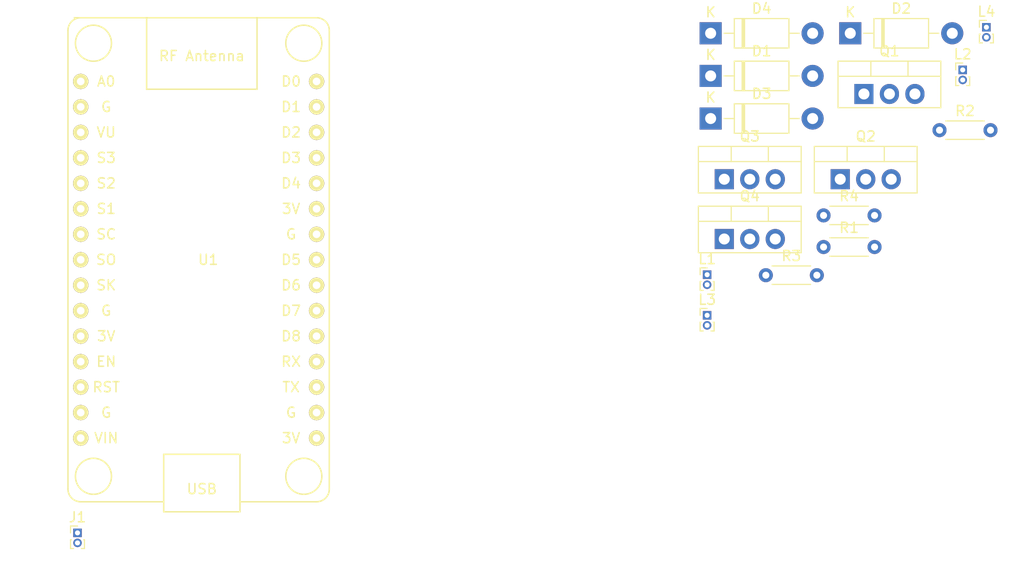
<source format=kicad_pcb>
(kicad_pcb (version 20211014) (generator pcbnew)
  (layers (0 "F.Cu" signal) (31 "B.Cu" signal) (34 "B.Paste" user) (35 "F.Paste" user) (36 "B.SilkS" user "B.Silkscreen") (37 "F.SilkS" user "F.Silkscreen") (38 "B.Mask" user) (39 "F.Mask" user) (44 "Edge.Cuts" user))
  (net 0 "")
  (net 1 "+12V")
  (net 2 "Net-(D1-Pad2)")
  (net 3 "Net-(D2-Pad2)")
  (net 4 "Net-(D3-Pad2)")
  (net 5 "Net-(D4-Pad2)")
  (net 6 "GND")
  (net 7 "Net-(Q1-Pad1)")
  (net 8 "Net-(Q2-Pad1)")
  (net 9 "Net-(Q3-Pad1)")
  (net 10 "Net-(Q4-Pad1)")
  (net 11 "/Solenoid_Control/V1_in")
  (net 12 "/Solenoid_Control/V2_in")
  (net 13 "/Solenoid_Control/V3_in")
  (net 14 "/Solenoid_Control/V4_in")
  (footprint "Package_TO_SOT_THT:TO-220-3_Vertical" (layer "F.Cu") (at 156.3 94.12)
    (fp_text reference "Q3" (at 2.54 -4.27) (layer "F.SilkS"))
    (fp_text value "TIP122")
    (fp_line (start 4.391 -3.27) (end 4.391 -1.76) (layer "F.SilkS") (width 0.12))
    (fp_line (start -2.58 -3.27) (end 7.66 -3.27) (layer "F.SilkS") (width 0.12))
    (fp_line (start 7.66 -3.27) (end 7.66 1.371) (layer "F.SilkS") (width 0.12))
    (fp_line (start -2.58 1.371) (end 7.66 1.371) (layer "F.SilkS") (width 0.12))
    (fp_line (start -2.58 -1.76) (end 7.66 -1.76) (layer "F.SilkS") (width 0.12))
    (fp_line (start -2.58 -3.27) (end -2.58 1.371) (layer "F.SilkS") (width 0.12))
    (fp_line (start 0.69 -3.27) (end 0.69 -1.76) (layer "F.SilkS") (width 0.12))
    (pad "1" thru_hole rect (at 0 0) (size 1.905 2) (drill 1.1) (layers *.Cu *.Mask) (net 9 "Net-(Q3-Pad1)"))
    (pad "2" thru_hole oval (at 2.54 0) (size 1.905 2) (drill 1.1) (layers *.Cu *.Mask) (net 4 "Net-(D3-Pad2)"))
    (pad "3" thru_hole oval (at 5.08 0) (size 1.905 2) (drill 1.1) (layers *.Cu *.Mask) (net 6 "GND"))
  )
  (footprint "Connector_PinHeader_1.00mm:PinHeader_1x02_P1.00mm_Vertical" (layer "F.Cu") (at 180.05 83.22)
    (fp_text reference "L2" (at 0 -1.56) (layer "F.SilkS"))
    (fp_text value "SOLENOID")
    (fp_line (start -0.695 1.56) (end -0.394493 1.56) (layer "F.SilkS") (width 0.12))
    (fp_line (start -0.695 0.685) (end -0.608276 0.685) (layer "F.SilkS") (width 0.12))
    (fp_line (start -0.695 -0.685) (end 0 -0.685) (layer "F.SilkS") (width 0.12))
    (fp_line (start 0.394493 1.56) (end 0.695 1.56) (layer "F.SilkS") (width 0.12))
    (fp_line (start -0.695 0.685) (end -0.695 1.56) (layer "F.SilkS") (width 0.12))
    (fp_line (start 0.608276 0.685) (end 0.695 0.685) (layer "F.SilkS") (width 0.12))
    (fp_line (start -0.695 0) (end -0.695 -0.685) (layer "F.SilkS") (width 0.12))
    (fp_line (start 0.695 0.685) (end 0.695 1.56) (layer "F.SilkS") (width 0.12))
    (pad "1" thru_hole rect (at 0 0) (size 0.85 0.85) (drill 0.5) (layers *.Cu *.Mask) (net 1 "+12V"))
    (pad "2" thru_hole oval (at 0 1) (size 0.85 0.85) (drill 0.5) (layers *.Cu *.Mask) (net 3 "Net-(D2-Pad2)"))
  )
  (footprint "Diode_THT:D_DO-41_SOD81_P10.16mm_Horizontal" (layer "F.Cu") (at 168.85 79.57)
    (fp_text reference "D2" (at 5.08 -2.47) (layer "F.SilkS"))
    (fp_text value "1N4001")
    (fp_text user "K" (at 0 -2.1) (layer "F.SilkS"))
    (fp_line (start 3.38 -1.47) (end 3.38 1.47) (layer "F.SilkS") (width 0.12))
    (fp_line (start 7.8 1.47) (end 7.8 -1.47) (layer "F.SilkS") (width 0.12))
    (fp_line (start 1.34 0) (end 2.36 0) (layer "F.SilkS") (width 0.12))
    (fp_line (start 2.36 -1.47) (end 2.36 1.47) (layer "F.SilkS") (width 0.12))
    (fp_line (start 8.82 0) (end 7.8 0) (layer "F.SilkS") (width 0.12))
    (fp_line (start 7.8 -1.47) (end 2.36 -1.47) (layer "F.SilkS") (width 0.12))
    (fp_line (start 2.36 1.47) (end 7.8 1.47) (layer "F.SilkS") (width 0.12))
    (fp_line (start 3.26 -1.47) (end 3.26 1.47) (layer "F.SilkS") (width 0.12))
    (fp_line (start 3.14 -1.47) (end 3.14 1.47) (layer "F.SilkS") (width 0.12))
    (pad "1" thru_hole rect (at 0 0) (size 2.2 2.2) (drill 1.1) (layers *.Cu *.Mask) (net 1 "+12V"))
    (pad "2" thru_hole oval (at 10.16 0) (size 2.2 2.2) (drill 1.1) (layers *.Cu *.Mask) (net 3 "Net-(D2-Pad2)"))
  )
  (footprint "Resistor_THT:R_Axial_DIN0204_L3.6mm_D1.6mm_P5.08mm_Horizontal" (layer "F.Cu") (at 166.19 100.88)
    (fp_text reference "R1" (at 2.54 -1.92) (layer "F.SilkS"))
    (fp_text value "2.2k")
    (fp_line (start 0.62 0.92) (end 4.46 0.92) (layer "F.SilkS") (width 0.12))
    (fp_line (start 0.62 -0.92) (end 4.46 -0.92) (layer "F.SilkS") (width 0.12))
    (pad "1" thru_hole circle (at 0 0) (size 1.4 1.4) (drill 0.7) (layers *.Cu *.Mask) (net 11 "/Solenoid_Control/V1_in"))
    (pad "2" thru_hole oval (at 5.08 0) (size 1.4 1.4) (drill 0.7) (layers *.Cu *.Mask) (net 7 "Net-(Q1-Pad1)"))
  )
  (footprint "Resistor_THT:R_Axial_DIN0204_L3.6mm_D1.6mm_P5.08mm_Horizontal" (layer "F.Cu") (at 160.44 103.69)
    (fp_text reference "R3" (at 2.54 -1.92) (layer "F.SilkS"))
    (fp_text value "2.2k")
    (fp_line (start 0.62 0.92) (end 4.46 0.92) (layer "F.SilkS") (width 0.12))
    (fp_line (start 0.62 -0.92) (end 4.46 -0.92) (layer "F.SilkS") (width 0.12))
    (pad "1" thru_hole circle (at 0 0) (size 1.4 1.4) (drill 0.7) (layers *.Cu *.Mask) (net 13 "/Solenoid_Control/V3_in"))
    (pad "2" thru_hole oval (at 5.08 0) (size 1.4 1.4) (drill 0.7) (layers *.Cu *.Mask) (net 9 "Net-(Q3-Pad1)"))
  )
  (footprint "Connector_PinHeader_1.00mm:PinHeader_1x02_P1.00mm_Vertical" (layer "F.Cu") (at 182.41 78.97)
    (fp_text reference "L4" (at 0 -1.56) (layer "F.SilkS"))
    (fp_text value "SOLENOID")
    (fp_line (start -0.695 0.685) (end -0.608276 0.685) (layer "F.SilkS") (width 0.12))
    (fp_line (start -0.695 0.685) (end -0.695 1.56) (layer "F.SilkS") (width 0.12))
    (fp_line (start 0.695 0.685) (end 0.695 1.56) (layer "F.SilkS") (width 0.12))
    (fp_line (start 0.394493 1.56) (end 0.695 1.56) (layer "F.SilkS") (width 0.12))
    (fp_line (start -0.695 0) (end -0.695 -0.685) (layer "F.SilkS") (width 0.12))
    (fp_line (start 0.608276 0.685) (end 0.695 0.685) (layer "F.SilkS") (width 0.12))
    (fp_line (start -0.695 1.56) (end -0.394493 1.56) (layer "F.SilkS") (width 0.12))
    (fp_line (start -0.695 -0.685) (end 0 -0.685) (layer "F.SilkS") (width 0.12))
    (pad "1" thru_hole rect (at 0 0) (size 0.85 0.85) (drill 0.5) (layers *.Cu *.Mask) (net 1 "+12V"))
    (pad "2" thru_hole oval (at 0 1) (size 0.85 0.85) (drill 0.5) (layers *.Cu *.Mask) (net 5 "Net-(D4-Pad2)"))
  )
  (footprint "Connector_PinHeader_1.00mm:PinHeader_1x02_P1.00mm_Vertical" (layer "F.Cu") (at 154.59 107.69)
    (fp_text reference "L3" (at 0 -1.56) (layer "F.SilkS"))
    (fp_text value "SOLENOID")
    (fp_line (start -0.695 -0.685) (end 0 -0.685) (layer "F.SilkS") (width 0.12))
    (fp_line (start 0.695 0.685) (end 0.695 1.56) (layer "F.SilkS") (width 0.12))
    (fp_line (start 0.394493 1.56) (end 0.695 1.56) (layer "F.SilkS") (width 0.12))
    (fp_line (start -0.695 0) (end -0.695 -0.685) (layer "F.SilkS") (width 0.12))
    (fp_line (start -0.695 0.685) (end -0.695 1.56) (layer "F.SilkS") (width 0.12))
    (fp_line (start -0.695 0.685) (end -0.608276 0.685) (layer "F.SilkS") (width 0.12))
    (fp_line (start 0.608276 0.685) (end 0.695 0.685) (layer "F.SilkS") (width 0.12))
    (fp_line (start -0.695 1.56) (end -0.394493 1.56) (layer "F.SilkS") (width 0.12))
    (pad "1" thru_hole rect (at 0 0) (size 0.85 0.85) (drill 0.5) (layers *.Cu *.Mask) (net 1 "+12V"))
    (pad "2" thru_hole oval (at 0 1) (size 0.85 0.85) (drill 0.5) (layers *.Cu *.Mask) (net 4 "Net-(D3-Pad2)"))
  )
  (footprint "Resistor_THT:R_Axial_DIN0204_L3.6mm_D1.6mm_P5.08mm_Horizontal" (layer "F.Cu") (at 177.74 89.23)
    (fp_text reference "R2" (at 2.54 -1.92) (layer "F.SilkS"))
    (fp_text value "2.2k")
    (fp_line (start 0.62 0.92) (end 4.46 0.92) (layer "F.SilkS") (width 0.12))
    (fp_line (start 0.62 -0.92) (end 4.46 -0.92) (layer "F.SilkS") (width 0.12))
    (pad "1" thru_hole circle (at 0 0) (size 1.4 1.4) (drill 0.7) (layers *.Cu *.Mask) (net 12 "/Solenoid_Control/V2_in"))
    (pad "2" thru_hole oval (at 5.08 0) (size 1.4 1.4) (drill 0.7) (layers *.Cu *.Mask) (net 8 "Net-(Q2-Pad1)"))
  )
  (footprint "Package_TO_SOT_THT:TO-220-3_Vertical" (layer "F.Cu") (at 167.85 94.12)
    (fp_text reference "Q2" (at 2.54 -4.27) (layer "F.SilkS"))
    (fp_text value "TIP122")
    (fp_line (start -2.58 -3.27) (end -2.58 1.371) (layer "F.SilkS") (width 0.12))
    (fp_line (start 7.66 -3.27) (end 7.66 1.371) (layer "F.SilkS") (width 0.12))
    (fp_line (start -2.58 1.371) (end 7.66 1.371) (layer "F.SilkS") (width 0.12))
    (fp_line (start -2.58 -1.76) (end 7.66 -1.76) (layer "F.SilkS") (width 0.12))
    (fp_line (start 4.391 -3.27) (end 4.391 -1.76) (layer "F.SilkS") (width 0.12))
    (fp_line (start 0.69 -3.27) (end 0.69 -1.76) (layer "F.SilkS") (width 0.12))
    (fp_line (start -2.58 -3.27) (end 7.66 -3.27) (layer "F.SilkS") (width 0.12))
    (pad "1" thru_hole rect (at 0 0) (size 1.905 2) (drill 1.1) (layers *.Cu *.Mask) (net 8 "Net-(Q2-Pad1)"))
    (pad "2" thru_hole oval (at 2.54 0) (size 1.905 2) (drill 1.1) (layers *.Cu *.Mask) (net 3 "Net-(D2-Pad2)"))
    (pad "3" thru_hole oval (at 5.08 0) (size 1.905 2) (drill 1.1) (layers *.Cu *.Mask) (net 6 "GND"))
  )
  (footprint "Resistor_THT:R_Axial_DIN0204_L3.6mm_D1.6mm_P5.08mm_Horizontal" (layer "F.Cu") (at 166.19 97.73)
    (fp_text reference "R4" (at 2.54 -1.92) (layer "F.SilkS"))
    (fp_text value "2.2k")
    (fp_line (start 0.62 -0.92) (end 4.46 -0.92) (layer "F.SilkS") (width 0.12))
    (fp_line (start 0.62 0.92) (end 4.46 0.92) (layer "F.SilkS") (width 0.12))
    (pad "1" thru_hole circle (at 0 0) (size 1.4 1.4) (drill 0.7) (layers *.Cu *.Mask) (net 14 "/Solenoid_Control/V4_in"))
    (pad "2" thru_hole oval (at 5.08 0) (size 1.4 1.4) (drill 0.7) (layers *.Cu *.Mask) (net 10 "Net-(Q4-Pad1)"))
  )
  (footprint "ESP8266:ESP12F-Devkit-V3" (layer "F.Cu") (at 104.255 103.42)
    (fp_text reference "U1" (at 0.635 -1.27) (layer "F.SilkS"))
    (fp_text value "NodeMCU1.0(ESP-12E)")
    (fp_text user "S1" (at -9.525 -6.35) (layer "F.SilkS"))
    (fp_text user "3V" (at -9.525 6.35) (layer "F.SilkS"))
    (fp_text user "D4" (at 8.89 -8.89) (layer "F.SilkS"))
    (fp_text user "D5" (at 8.89 -1.27) (layer "F.SilkS"))
    (fp_text user "3V" (at 8.89 16.51) (layer "F.SilkS"))
    (fp_text user "D0" (at 8.89 -19.05) (layer "F.SilkS"))
    (fp_text user "D1" (at 8.89 -16.51) (layer "F.SilkS"))
    (fp_text user "G" (at 8.89 -3.81) (layer "F.SilkS"))
    (fp_text user "RF Antenna" (at 0 -21.59) (layer "F.SilkS"))
    (fp_text user "G" (at -9.525 3.81) (layer "F.SilkS"))
    (fp_text user "RX" (at 8.89 8.89) (layer "F.SilkS"))
    (fp_text user "SK" (at -9.525 1.27) (layer "F.SilkS"))
    (fp_text user "TX" (at 8.89 11.43) (layer "F.SilkS"))
    (fp_text user "VIN" (at -9.525 16.51) (layer "F.SilkS"))
    (fp_text user "D3" (at 8.89 -11.43) (layer "F.SilkS"))
    (fp_text user "D2" (at 8.89 -13.97) (layer "F.SilkS"))
    (fp_text user "USB" (at 0 21.59) (layer "F.SilkS"))
    (fp_text user "3V" (at 8.89 -6.35) (layer "F.SilkS"))
    (fp_text user "EN" (at -9.525 8.89) (layer "F.SilkS"))
    (fp_text user "G" (at -9.525 -16.51) (layer "F.SilkS"))
    (fp_text user "VU" (at -9.525 -13.97) (layer "F.SilkS"))
    (fp_text user "D6" (at 8.89 1.27) (layer "F.SilkS"))
    (fp_text user "D7" (at 8.89 3.81) (layer "F.SilkS"))
    (fp_text user "G" (at -9.525 13.97) (layer "F.SilkS"))
    (fp_text user "SC" (at -9.525 -3.81) (layer "F.SilkS"))
    (fp_text user "SO" (at -9.525 -1.27) (layer "F.SilkS"))
    (fp_text user "A0" (at -9.525 -19.05) (layer "F.SilkS"))
    (fp_text user "G" (at 8.89 13.97) (layer "F.SilkS"))
    (fp_text user "D8" (at 8.89 6.35) (layer "F.SilkS"))
    (fp_text user "S3" (at -9.525 -11.43) (layer "F.SilkS"))
    (fp_text user "S2" (at -9.525 -8.89) (layer "F.SilkS"))
    (fp_text user "RST" (at -9.525 11.43) (layer "F.SilkS"))
    (fp_line (start 3.8 18.13) (end 3.8 23.86) (layer "F.SilkS") (width 0.15))
    (fp_line (start 5.5 -25.4) (end 5.5 -18.27) (layer "F.SilkS") (width 0.15))
    (fp_line (start 11.43 -25.4) (end -12.7 -25.4) (layer "F.SilkS") (width 0.15))
    (fp_line (start 11.43 22.86) (end 3.81 22.86) (layer "F.SilkS") (width 0.15))
    (fp_line (start -5.5 -18.27) (end -5.5 -25.4) (layer "F.SilkS") (width 0.15))
    (fp_line (start 5.5 -18.27) (end -5.5 -18.27) (layer "F.SilkS") (width 0.15))
    (fp_line (start 3.8 23.86) (end -3.8 23.86) (layer "F.SilkS") (width 0.15))
    (fp_line (start -3.8 18.13) (end 3.8 18.13) (layer "F.SilkS") (width 0.15))
    (fp_line (start -13.335 -24.13) (end -13.335 21.59) (layer "F.SilkS") (width 0.15))
    (fp_line (start -3.81 22.86) (end -12.065 22.86) (layer "F.SilkS") (width 0.15))
    (fp_line (start -3.8 23.86) (end -3.8 18.13) (layer "F.SilkS") (width 0.15))
    (fp_line (start 12.7 -24.13) (end 12.7 21.59) (layer "F.SilkS") (width 0.15))
    (fp_arc (start -12.065 22.86) (mid -12.963026 22.488026) (end -13.335 21.59) (layer "F.SilkS") (width 0.15))
    (fp_arc (start 11.43 -25.4) (mid 12.328026 -25.028026) (end 12.7 -24.13) (layer "F.SilkS") (width 0.15))
    (fp_arc (start 12.7 21.59) (mid 12.328026 22.488026) (end 11.43 22.86) (layer "F.SilkS") (width 0.15))
    (fp_arc (start -13.335 -24.13) (mid -12.963026 -25.028026) (end -12.065 -25.4) (layer "F.SilkS") (width 0.15))
    (fp_circle (center 10.16 -22.86) (end 11.43 -24.13) (layer "F.SilkS") (width 0.15) (fill none))
    (fp_circle (center -10.795 -22.86) (end -9.525 -24.13) (layer "F.SilkS") (width 0.15) (fill none))
    (fp_circle (center 10.16 20.32) (end 11.43 19.05) (layer "F.SilkS") (width 0.15) (fill none))
    (fp_circle (center -10.795 20.32) (end -9.525 19.05) (layer "F.SilkS") (width 0.15) (fill none))
    (pad "1" thru_hole circle locked (at -12.065 -19.05) (size 1.524 1.524) (drill 0.762) (layers *.Cu *.Mask "F.SilkS"))
    (pad "2" thru_hole circle locked (at -12.065 -16.51) (size 1.524 1.524) (drill 0.762) (layers *.Cu *.Mask "F.SilkS"))
    (pad "3" thru_hole circle locked (at -12.065 -13.97) (size 1.524 1.524) (drill 0.762) (layers *.Cu *.Mask "F.SilkS"))
    (pad "4" thru_hole circle locked (at -12.065 -11.43) (size 1.524 1.524) (drill 0.762) (layers *.Cu *.Mask "F.SilkS"))
    (pad "5" thru_hole circle locked (at -12.065 -8.89) (size 1.524 1.524) (drill 0.762) (layers *.Cu *.Mask "F.SilkS"))
    (pad "6" thru_hole circle locked (at -12.065 -6.35) (size 1.524 1.524) (drill 0.762) (layers *.Cu *.Mask "F.SilkS"))
    (pad "7" thru_hole circle locked (at -12.065 -3.81) (size 1.524 1.524) (drill 0.762) (layers *.Cu *.Mask "F.SilkS"))
    (pad "8" thru_hole circle locked (at -12.065 -1.27) (size 1.524 1.524) (drill 0.762) (layers *.Cu *.Mask "F.SilkS"))
    (pad "9" thru_hole circle locked (at -12.065 1.27) (size 1.524 1.524) (drill 0.762) (layers *.Cu *.Mask "F.SilkS"))
    (pad "10" thru_hole circle locked (at -12.065 3.81) (size 1.524 1.524) (drill 0.762) (layers *.Cu *.Mask "F.SilkS"))
    (pad "11" thru_hole circle locked (at -12.065 6.35) (size 1.524 1.524) (drill 0.762) (layers *.Cu *.Mask "F.SilkS"))
    (pad "12" thru_hole circle locked (at -12.065 8.89) (size 1.524 1.524) (drill 0.762) (layers *.Cu *.Mask "F.SilkS"))
    (pad "13" thru_hole circle locked (at -12.065 11.43) (size 1.524 1.524) (drill 0.762) (layers *.Cu *.Mask "F.SilkS"))
    (pad "14" thru_hole circle locked (at -12.065 13.97) (size 1.524 1.524) (drill 0.762) (layers *.Cu *.Mask "F.SilkS"))
    (pad "15" thru_hole circle locked (at -12.065 16.51) (size 1.524 1.524) (drill 0.762) (layers *.Cu *.Mask "F.SilkS"))
    (pad "16" thru_hole circle locked (at 11.43 16.51) (size 1.524 1.524) (drill 0.762) (layers *.Cu *.Mask "F.SilkS"))
    (pad "17" thru_hole circle locked (at 11.43 13.97) (size 1.524 1.524) (drill 0.762) (layers *.Cu *.Mask "F.SilkS"))
    (pad "18" thru_hole circle locked (at 11.43 11.43) (size 1.524 1.524) (drill 0.762) (layers *.Cu *.Mask "F.SilkS"))
    (pad "19" thru_hole circle locked (at 11.43 8.89) (size 1.524 1.524) (drill 0.762) (layers *.Cu *.Mask "F.SilkS"))
    (pad "20" thru_hole circle locked (at 11.43 6.35) (size 1.524 1.524) (drill 0.762) (layers *.Cu *.Mask "F.SilkS") (net 14 "/Solenoid_Control/V4_in"))
    (pad "21" thru_hole circle locked (at 11.43 3.81) (size 1.524 1.524) (drill 0.762) (layers *.Cu *.Mask "F.SilkS") (net 13 "/Solenoid_Control/V3_in"))
    (pad "22" thru_hole circle locked (at 11.43 1.27) (size 1.524 1.524) (drill 0.762) (layers *.Cu *.Mask "F.SilkS") (net 12 "/Solenoid_Control/V2_in"))
    (pad "23" thru_hole circle locked (at 11.43 -1.27) (size 1.524 1.524) (drill 0.762) (layers *.Cu *.Mask "F.SilkS") (net 11 "/Solenoid_Control/V1_in"))
    (pad "24" thru_hole circle locked (at 11.43 -3.81) (size 1.524 1.524) (drill 0.762) (layers *.Cu *.Mask "F.SilkS"))
    (pad "25" thru_hole circle locked (at 11.43 -6.35) (size 1.524 1.524) (drill 0.762) (layers *.Cu *.Mask "F.SilkS"))
    (pad "26" thru_hole circle locked (at 11.43 -8.89) (size 1.524 1.524) (drill 0.762) (layers *.Cu *.Mask "F.SilkS"))
    (pad "27" thru_hole circle locked (at 11.43 -11.43) (size 1.524 1.524) (drill 0.762) (layers *.Cu *.Mask "F.SilkS"))
    (pad "28" thru_hole circle locked (at 11.43 -13.97) (size 1.524 1.524) (drill 0.762) (layers *.Cu *.Mask "F.SilkS"))
    (pad "29" thru_hole circle locked (at 11.43 -16.51) (size 1.524 1.524) (drill 0.762) (layers *.Cu *.Mask "F.SilkS"))
    (pad "30" thru_hole circle locked (at 11.43 -19.05) (size 1.524 1.524) (drill 0.762) (layers *.Cu *.Mask "F.SilkS"))
  )
  (footprint "Diode_THT:D_DO-41_SOD81_P10.16mm_Horizontal" (layer "F.Cu") (at 154.94 88.07)
    (fp_text reference "D3" (at 5.08 -2.47) (layer "F.SilkS"))
    (fp_text value "1N4001")
    (fp_text user "K" (at 0 -2.1) (layer "F.SilkS"))
    (fp_line (start 2.36 -1.47) (end 2.36 1.47) (layer "F.SilkS") (width 0.12))
    (fp_line (start 2.36 1.47) (end 7.8 1.47) (layer "F.SilkS") (width 0.12))
    (fp_line (start 7.8 -1.47) (end 2.36 -1.47) (layer "F.SilkS") (width 0.12))
    (fp_line (start 8.82 0) (end 7.8 0) (layer "F.SilkS") (width 0.12))
    (fp_line (start 3.14 -1.47) (end 3.14 1.47) (layer "F.SilkS") (width 0.12))
    (fp_line (start 3.38 -1.47) (end 3.38 1.47) (layer "F.SilkS") (width 0.12))
    (fp_line (start 7.8 1.47) (end 7.8 -1.47) (layer "F.SilkS") (width 0.12))
    (fp_line (start 1.34 0) (end 2.36 0) (layer "F.SilkS") (width 0.12))
    (fp_line (start 3.26 -1.47) (end 3.26 1.47) (layer "F.SilkS") (width 0.12))
    (pad "1" thru_hole rect (at 0 0) (size 2.2 2.2) (drill 1.1) (layers *.Cu *.Mask) (net 1 "+12V"))
    (pad "2" thru_hole oval (at 10.16 0) (size 2.2 2.2) (drill 1.1) (layers *.Cu *.Mask) (net 4 "Net-(D3-Pad2)"))
  )
  (footprint "Diode_THT:D_DO-41_SOD81_P10.16mm_Horizontal" (layer "F.Cu") (at 154.94 83.82)
    (fp_text reference "D1" (at 5.08 -2.47) (layer "F.SilkS"))
    (fp_text value "1N4001")
    (fp_text user "K" (at 0 -2.1) (layer "F.SilkS"))
    (fp_line (start 2.36 1.47) (end 7.8 1.47) (layer "F.SilkS") (width 0.12))
    (fp_line (start 1.34 0) (end 2.36 0) (layer "F.SilkS") (width 0.12))
    (fp_line (start 3.14 -1.47) (end 3.14 1.47) (layer "F.SilkS") (width 0.12))
    (fp_line (start 3.38 -1.47) (end 3.38 1.47) (layer "F.SilkS") (width 0.12))
    (fp_line (start 7.8 -1.47) (end 2.36 -1.47) (layer "F.SilkS") (width 0.12))
    (fp_line (start 8.82 0) (end 7.8 0) (layer "F.SilkS") (width 0.12))
    (fp_line (start 7.8 1.47) (end 7.8 -1.47) (layer "F.SilkS") (width 0.12))
    (fp_line (start 3.26 -1.47) (end 3.26 1.47) (layer "F.SilkS") (width 0.12))
    (fp_line (start 2.36 -1.47) (end 2.36 1.47) (layer "F.SilkS") (width 0.12))
    (pad "1" thru_hole rect (at 0 0) (size 2.2 2.2) (drill 1.1) (layers *.Cu *.Mask) (net 1 "+12V"))
    (pad "2" thru_hole oval (at 10.16 0) (size 2.2 2.2) (drill 1.1) (layers *.Cu *.Mask) (net 2 "Net-(D1-Pad2)"))
  )
  (footprint "Package_TO_SOT_THT:TO-220-3_Vertical" (layer "F.Cu") (at 170.21 85.62)
    (fp_text reference "Q1" (at 2.54 -4.27) (layer "F.SilkS"))
    (fp_text value "TIP122")
    (fp_line (start -2.58 -3.27) (end 7.66 -3.27) (layer "F.SilkS") (width 0.12))
    (fp_line (start -2.58 1.371) (end 7.66 1.371) (layer "F.SilkS") (width 0.12))
    (fp_line (start -2.58 -1.76) (end 7.66 -1.76) (layer "F.SilkS") (width 0.12))
    (fp_line (start 0.69 -3.27) (end 0.69 -1.76) (layer "F.SilkS") (width 0.12))
    (fp_line (start 7.66 -3.27) (end 7.66 1.371) (layer "F.SilkS") (width 0.12))
    (fp_line (start 4.391 -3.27) (end 4.391 -1.76) (layer "F.SilkS") (width 0.12))
    (fp_line (start -2.58 -3.27) (end -2.58 1.371) (layer "F.SilkS") (width 0.12))
    (pad "1" thru_hole rect (at 0 0) (size 1.905 2) (drill 1.1) (layers *.Cu *.Mask) (net 7 "Net-(Q1-Pad1)"))
    (pad "2" thru_hole oval (at 2.54 0) (size 1.905 2) (drill 1.1) (layers *.Cu *.Mask) (net 2 "Net-(D1-Pad2)"))
    (pad "3" thru_hole oval (at 5.08 0) (size 1.905 2) (drill 1.1) (layers *.Cu *.Mask) (net 6 "GND"))
  )
  (footprint "Connector_PinHeader_1.00mm:PinHeader_1x02_P1.00mm_Vertical" (layer "F.Cu") (at 91.87 129.38)
    (fp_text reference "J1" (at 0 -1.56) (layer "F.SilkS"))
    (fp_text value "Conn_01x02_Female")
    (fp_line (start -0.695 -0.685) (end 0 -0.685) (layer "F.SilkS") (width 0.12))
    (fp_line (start -0.695 1.56) (end -0.394493 1.56) (layer "F.SilkS") (width 0.12))
    (fp_line (start 0.608276 0.685) (end 0.695 0.685) (layer "F.SilkS") (width 0.12))
    (fp_line (start -0.695 0.685) (end -0.608276 0.685) (layer "F.SilkS") (width 0.12))
    (fp_line (start -0.695 0.685) (end -0.695 1.56) (layer "F.SilkS") (width 0.12))
    (fp_line (start 0.394493 1.56) (end 0.695 1.56) (layer "F.SilkS") (width 0.12))
    (fp_line (start 0.695 0.685) (end 0.695 1.56) (layer "F.SilkS") (width 0.12))
    (fp_line (start -0.695 0) (end -0.695 -0.685) (layer "F.SilkS") (width 0.12))
    (pad "1" thru_hole rect (at 0 0) (size 0.85 0.85) (drill 0.5) (layers *.Cu *.Mask) (net 6 "GND"))
    (pad "2" thru_hole oval (at 0 1) (size 0.85 0.85) (drill 0.5) (layers *.Cu *.Mask) (net 1 "+12V"))
  )
  (footprint "Diode_THT:D_DO-41_SOD81_P10.16mm_Horizontal" (layer "F.Cu") (at 154.94 79.57)
    (fp_text reference "D4" (at 5.08 -2.47) (layer "F.SilkS"))
    (fp_text value "1N4001")
    (fp_text user "K" (at 0 -2.1) (layer "F.SilkS"))
    (fp_line (start 7.8 1.47) (end 7.8 -1.47) (layer "F.SilkS") (width 0.12))
    (fp_line (start 1.34 0) (end 2.36 0) (layer "F.SilkS") (width 0.12))
    (fp_line (start 3.14 -1.47) (end 3.14 1.47) (layer "F.SilkS") (width 0.12))
    (fp_line (start 3.38 -1.47) (end 3.38 1.47) (layer "F.SilkS") (width 0.12))
    (fp_line (start 2.36 1.47) (end 7.8 1.47) (layer "F.SilkS") (width 0.12))
    (fp_line (start 7.8 -1.47) (end 2.36 -1.47) (layer "F.SilkS") (width 0.12))
    (fp_line (start 2.36 -1.47) (end 2.36 1.47) (layer "F.SilkS") (width 0.12))
    (fp_line (start 3.26 -1.47) (end 3.26 1.47) (layer "F.SilkS") (width 0.12))
    (fp_line (start 8.82 0) (end 7.8 0) (layer "F.SilkS") (width 0.12))
    (pad "1" thru_hole rect (at 0 0) (size 2.2 2.2) (drill 1.1) (layers *.Cu *.Mask) (net 1 "+12V"))
    (pad "2" thru_hole oval (at 10.16 0) (size 2.2 2.2) (drill 1.1) (layers *.Cu *.Mask) (net 5 "Net-(D4-Pad2)"))
  )
  (footprint "Package_TO_SOT_THT:TO-220-3_Vertical" (layer "F.Cu") (at 156.3 100.08)
    (fp_text reference "Q4" (at 2.54 -4.27) (layer "F.SilkS"))
    (fp_text value "TIP122")
    (fp_line (start 4.391 -3.27) (end 4.391 -1.76) (layer "F.SilkS") (width 0.12))
    (fp_line (start 0.69 -3.27) (end 0.69 -1.76) (layer "F.SilkS") (width 0.12))
    (fp_line (start -2.58 -3.27) (end -2.58 1.371) (layer "F.SilkS") (width 0.12))
    (fp_line (start -2.58 -3.27) (end 7.66 -3.27) (layer "F.SilkS") (width 0.12))
    (fp_line (start -2.58 1.371) (end 7.66 1.371) (layer "F.SilkS") (width 0.12))
    (fp_line (start 7.66 -3.27) (end 7.66 1.371) (layer "F.SilkS") (width 0.12))
    (fp_line (start -2.58 -1.76) (end 7.66 -1.76) (layer "F.SilkS") (width 0.12))
    (pad "1" thru_hole rect (at 0 0) (size 1.905 2) (drill 1.1) (layers *.Cu *.Mask) (net 10 "Net-(Q4-Pad1)"))
    (pad "2" thru_hole oval (at 2.54 0) (size 1.905 2) (drill 1.1) (layers *.Cu *.Mask) (net 5 "Net-(D4-Pad2)"))
    (pad "3" thru_hole oval (at 5.08 0) (size 1.905 2) (drill 1.1) (layers *.Cu *.Mask) (net 6 "GND"))
  )
  (footprint "Connector_PinHeader_1.00mm:PinHeader_1x02_P1.00mm_Vertical" (layer "F.Cu") (at 154.59 103.64)
    (fp_text reference "L1" (at 0 -1.56) (layer "F.SilkS"))
    (fp_text value "SOLENOID")
    (fp_line (start 0.608276 0.685) (end 0.695 0.685) (layer "F.SilkS") (width 0.12))
    (fp_line (start -0.695 0.685) (end -0.608276 0.685) (layer "F.SilkS") (width 0.12))
    (fp_line (start -0.695 -0.685) (end 0 -0.685) (layer "F.SilkS") (width 0.12))
    (fp_line (start -0.695 1.56) (end -0.394493 1.56) (layer "F.SilkS") (width 0.12))
    (fp_line (start 0.394493 1.56) (end 0.695 1.56) (layer "F.SilkS") (width 0.12))
    (fp_line (start -0.695 0.685) (end -0.695 1.56) (layer "F.SilkS") (width 0.12))
    (fp_line (start 0.695 0.685) (end 0.695 1.56) (layer "F.SilkS") (width 0.12))
    (fp_line (start -0.695 0) (end -0.695 -0.685) (layer "F.SilkS") (width 0.12))
    (pad "1" thru_hole rect (at 0 0) (size 0.85 0.85) (drill 0.5) (layers *.Cu *.Mask) (net 1 "+12V"))
    (pad "2" thru_hole oval (at 0 1) (size 0.85 0.85) (drill 0.5) (layers *.Cu *.Mask) (net 2 "Net-(D1-Pad2)"))
  )
)
</source>
